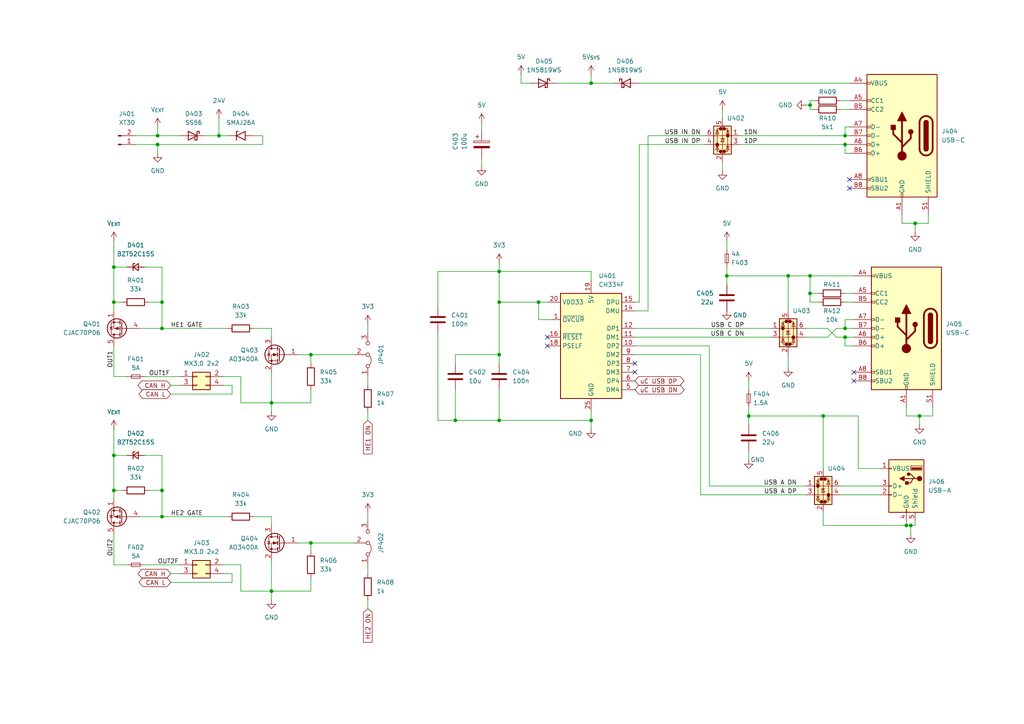
<source format=kicad_sch>
(kicad_sch (version 20250114) (generator "eeschema") (generator_version "9.0")
  (paper "A4")
  (title_block (title "EWS - Power, CANbus and USB HAT for 3D Printers") (date "2025-12-04") (rev "${PROJEKT_REV}") (company "Eduard Iten") (comment 1 "CC BY-NC-SA 4.0"))
  (lib_symbols
    (symbol "Connector:Conn_01x02_Pin" (pin_names (offset 1.016) (hide yes))
      (property "Reference" "J" (at 0 2.54 0))
      (property "Value" "Conn_01x02_Pin" (at 0 -5.08 0))
      (symbol "Conn_01x02_Pin_1_1"
        (pin passive line (at 5.08 0 180) (length 3.81) (name "Pin_1") (number "1"))
        (pin passive line (at 5.08 -2.54 180) (length 3.81) (name "Pin_2") (number "2"))
      )
    )
    (symbol "Connector:USB_A" (pin_names (offset 1.016))
      (property "Reference" "J" (at -5.08 11.43 0))
      (property "Value" "USB_A" (at -5.08 8.89 0))
      (symbol "USB_A_1_1"
        (pin passive line (at -2.54 -10.16 90) (length 2.54) (name "Shield") (number "5"))
        (pin power_in line (at 0 -10.16 90) (length 2.54) (name "GND") (number "4"))
        (pin power_in line (at 7.62 5.08 180) (length 2.54) (name "VBUS") (number "1"))
        (pin bidirectional line (at 7.62 0 180) (length 2.54) (name "D+") (number "3"))
        (pin bidirectional line (at 7.62 -2.54 180) (length 2.54) (name "D-") (number "2"))
      )
    )
    (symbol "Connector:USB_C_Receptacle_USB2.0_16P" (pin_names (offset 1.016))
      (property "Reference" "J" (at 0 22.225 0))
      (property "Value" "USB_C_Receptacle_USB2.0_16P" (at 0 19.685 0))
      (symbol "USB_C_Receptacle_USB2.0_16P_1_1"
        (pin passive line (at -7.62 -22.86 90) (length 5.08) (name "SHIELD") (number "S1"))
        (pin passive line (at 0 -22.86 90) (length 5.08) (name "GND") (number "A1"))
        (pin passive line (at 0 -22.86 90) (length 5.08) (hide yes) (name "GND") (number "A12"))
        (pin passive line (at 0 -22.86 90) (length 5.08) (hide yes) (name "GND") (number "B1"))
        (pin passive line (at 0 -22.86 90) (length 5.08) (hide yes) (name "GND") (number "B12"))
        (pin passive line (at 15.24 15.24 180) (length 5.08) (name "VBUS") (number "A4"))
        (pin passive line (at 15.24 15.24 180) (length 5.08) (hide yes) (name "VBUS") (number "A9"))
        (pin passive line (at 15.24 15.24 180) (length 5.08) (hide yes) (name "VBUS") (number "B4"))
        (pin passive line (at 15.24 15.24 180) (length 5.08) (hide yes) (name "VBUS") (number "B9"))
        (pin bidirectional line (at 15.24 10.16 180) (length 5.08) (name "CC1") (number "A5"))
        (pin bidirectional line (at 15.24 7.62 180) (length 5.08) (name "CC2") (number "B5"))
        (pin bidirectional line (at 15.24 2.54 180) (length 5.08) (name "D-") (number "A7"))
        (pin bidirectional line (at 15.24 0 180) (length 5.08) (name "D-") (number "B7"))
        (pin bidirectional line (at 15.24 -2.54 180) (length 5.08) (name "D+") (number "A6"))
        (pin bidirectional line (at 15.24 -5.08 180) (length 5.08) (name "D+") (number "B6"))
        (pin bidirectional line (at 15.24 -12.7 180) (length 5.08) (name "SBU1") (number "A8"))
        (pin bidirectional line (at 15.24 -15.24 180) (length 5.08) (name "SBU2") (number "B8"))
      )
    )
    (symbol "Connector_Generic:Conn_02x02_Odd_Even" (pin_names (offset 1.016) (hide yes))
      (property "Reference" "J" (at 1.27 2.54 0))
      (property "Value" "Conn_02x02_Odd_Even" (at 1.27 -5.08 0))
      (symbol "Conn_02x02_Odd_Even_1_1"
        (pin passive line (at -5.08 0 0) (length 3.81) (name "Pin_1") (number "1"))
        (pin passive line (at -5.08 -2.54 0) (length 3.81) (name "Pin_3") (number "3"))
        (pin passive line (at 7.62 0 180) (length 3.81) (name "Pin_2") (number "2"))
        (pin passive line (at 7.62 -2.54 180) (length 3.81) (name "Pin_4") (number "4"))
      )
    )
    (symbol "Device:C" (pin_numbers (hide yes)) (pin_names (offset 0.254))
      (property "Reference" "C" (at 0.635 2.54 0))
      (property "Value" "C" (at 0.635 -2.54 0))
      (symbol "C_1_1"
        (pin passive line (at 0 3.81 270) (length 2.794) (name "~") (number "1"))
        (pin passive line (at 0 -3.81 90) (length 2.794) (name "~") (number "2"))
      )
    )
    (symbol "Device:C_Polarized" (pin_numbers (hide yes)) (pin_names (offset 0.254))
      (property "Reference" "C" (at 0.635 2.54 0))
      (property "Value" "C_Polarized" (at 0.635 -2.54 0))
      (symbol "C_Polarized_1_1"
        (pin passive line (at 0 3.81 270) (length 2.794) (name "~") (number "1"))
        (pin passive line (at 0 -3.81 90) (length 2.794) (name "~") (number "2"))
      )
    )
    (symbol "Device:D_Schottky" (pin_numbers (hide yes)) (pin_names (offset 1.016) (hide yes))
      (property "Reference" "D" (at 0 2.54 0))
      (property "Value" "D_Schottky" (at 0 -2.54 0))
      (symbol "D_Schottky_1_1"
        (pin passive line (at -3.81 0 0) (length 2.54) (name "K") (number "1"))
        (pin passive line (at 3.81 0 180) (length 2.54) (name "A") (number "2"))
      )
    )
    (symbol "Device:D_Zener_Small" (pin_numbers (hide yes)) (pin_names (offset 0.254) (hide yes))
      (property "Reference" "D" (at 0 2.286 0))
      (property "Value" "D_Zener_Small" (at 0 -2.286 0))
      (symbol "D_Zener_Small_1_1"
        (pin passive line (at -2.54 0 0) (length 1.778) (name "K") (number "1"))
        (pin passive line (at 2.54 0 180) (length 1.778) (name "A") (number "2"))
      )
    )
    (symbol "Device:Fuse_Small" (pin_numbers (hide yes)) (pin_names (offset 0.254) (hide yes))
      (property "Reference" "F" (at 0 -1.524 0))
      (property "Value" "Fuse_Small" (at 0 1.524 0))
      (symbol "Fuse_Small_1_1"
        (pin passive line (at -2.54 0 0) (length 1.27) (name "~") (number "1"))
        (pin passive line (at 2.54 0 180) (length 1.27) (name "~") (number "2"))
      )
    )
    (symbol "Device:R" (pin_numbers (hide yes)) (pin_names (offset 0))
      (property "Reference" "R" (at 2.032 0 90))
      (property "Value" "R" (at 0 0 90))
      (symbol "R_1_1"
        (pin passive line (at 0 3.81 270) (length 1.27) (name "~") (number "1"))
        (pin passive line (at 0 -3.81 90) (length 1.27) (name "~") (number "2"))
      )
    )
    (symbol "Diode:1N5819WS" (pin_numbers (hide yes)) (pin_names (offset 1.016) (hide yes))
      (property "Reference" "D" (at 0 2.54 0))
      (property "Value" "1N5819WS" (at 0 -2.54 0))
      (symbol "1N5819WS_1_1"
        (pin passive line (at -3.81 0 0) (length 2.54) (name "K") (number "1"))
        (pin passive line (at 3.81 0 180) (length 2.54) (name "A") (number "2"))
      )
    )
    (symbol "Diode:SMAJ26A" (pin_numbers (hide yes)) (pin_names (offset 1.016) (hide yes))
      (property "Reference" "D" (at 0 2.54 0))
      (property "Value" "SMAJ26A" (at 0 -2.54 0))
      (symbol "SMAJ26A_1_1"
        (pin passive line (at -3.81 0 0) (length 2.54) (name "A1") (number "1"))
        (pin passive line (at 3.81 0 180) (length 2.54) (name "A2") (number "2"))
      )
    )
    (symbol "Jumper:Jumper_3_Bridged12" (pin_names (offset 0) (hide yes)) (in_bom no)
      (property "Reference" "JP" (at -2.54 -2.54 0))
      (property "Value" "Jumper_3_Bridged12" (at 0 2.794 0))
      (symbol "Jumper_3_Bridged12_1_1"
        (pin passive line (at -6.35 0 0) (length 2.54) (name "A") (number "1"))
        (pin passive line (at 0 -3.81 90) (length 2.54) (name "C") (number "2"))
        (pin passive line (at 6.35 0 180) (length 2.54) (name "B") (number "3"))
      )
    )
    (symbol "Power_Protection:USBLC6-2SC6" (pin_names (hide yes))
      (property "Reference" "U" (at 0.635 5.715 0))
      (property "Value" "USBLC6-2SC6" (at 0.635 3.81 0))
      (symbol "USBLC6-2SC6_1_1"
        (pin passive line (at -5.08 0 0) (length 2.54) (name "I/O1") (number "1"))
        (pin passive line (at -5.08 -2.54 0) (length 2.54) (name "I/O2") (number "3"))
        (pin passive line (at 0 5.08 270) (length 2.54) (name "VBUS") (number "5"))
        (pin passive line (at 0 -7.62 90) (length 2.54) (name "GND") (number "2"))
        (pin passive line (at 5.08 0 180) (length 2.54) (name "I/O1") (number "6"))
        (pin passive line (at 5.08 -2.54 180) (length 2.54) (name "I/O2") (number "4"))
      )
    )
    (symbol "Transistor_FET:AO3400A" (pin_names (offset 0) (hide yes))
      (property "Reference" "Q" (at 5.08 1.905 0))
      (property "Value" "AO3400A" (at 5.08 0 0))
      (symbol "AO3400A_1_1"
        (pin input line (at -5.08 0 0) (length 2.54) (name "G") (number "1"))
        (pin passive line (at 2.54 5.08 270) (length 2.54) (name "D") (number "3"))
        (pin passive line (at 2.54 -5.08 90) (length 2.54) (name "S") (number "2"))
      )
    )
    (symbol "Transistor_FET:AON6411" (pin_names (hide yes))
      (property "Reference" "Q" (at 5.08 1.905 0))
      (property "Value" "AON6411" (at 5.08 0 0))
      (symbol "AON6411_1_1"
        (pin input line (at -5.08 0 0) (length 2.54) (name "G") (number "4"))
        (pin passive line (at 2.54 5.08 270) (length 2.54) (name "D") (number "5"))
        (pin passive line (at 2.54 -5.08 90) (length 2.54) (name "S") (number "1"))
        (pin passive line (at 2.54 -5.08 90) (length 2.54) (hide yes) (name "S") (number "2"))
        (pin passive line (at 2.54 -5.08 90) (length 2.54) (hide yes) (name "S") (number "3"))
      )
    )
    (symbol "power:+1V0" (power) (pin_numbers (hide yes)) (pin_names (offset 0) (hide yes))
      (property "Value" "+1V0" (at 0 3.556 0))
      (symbol "+1V0_1_1"
        (pin power_in line (at 0 0 90) (length 0) (name "~") (number "1"))
      )
    )
    (symbol "power:+24V" (power) (pin_numbers (hide yes)) (pin_names (offset 0) (hide yes))
      (property "Value" "+24V" (at 0 3.556 0))
      (symbol "+24V_1_1"
        (pin power_in line (at 0 0 90) (length 0) (name "~") (number "1"))
      )
    )
    (symbol "power:+5V" (power) (pin_numbers (hide yes)) (pin_names (offset 0) (hide yes))
      (property "Value" "+5V" (at 0 3.556 0))
      (symbol "+5V_1_1"
        (pin power_in line (at 0 0 90) (length 0) (name "~") (number "1"))
      )
    )
    (symbol "power:GND" (power) (pin_numbers (hide yes)) (pin_names (offset 0) (hide yes))
      (property "Value" "GND" (at 0 -3.81 0))
      (symbol "GND_1_1"
        (pin power_in line (at 0 0 270) (length 0) (name "~") (number "1"))
      )
    )
    (symbol "project:CH334F"
      (property "Reference" "U" (at 1.27 19.05 0))
      (property "Value" "CH334F" (at 1.27 16.51 0))
      (symbol "CH334F_1_1"
        (pin no_connect line (at -39.37 24.13 0) (length 2.54) (hide yes) (name "NC") (number "2"))
        (pin no_connect line (at -39.37 21.59 0) (length 2.54) (hide yes) (name "X0") (number "3"))
        (pin no_connect line (at -39.37 19.05 0) (length 2.54) (hide yes) (name "XI") (number "4"))
        (pin no_connect line (at -39.37 16.51 0) (length 2.54) (hide yes) (name "NC") (number "17"))
        (pin no_connect line (at -39.37 12.7 0) (length 3.81) (hide yes) (name "LED1") (number "22"))
        (pin no_connect line (at -39.37 10.16 0) (length 3.81) (hide yes) (name "LED2") (number "23"))
        (pin no_connect line (at -39.37 7.62 0) (length 3.81) (hide yes) (name "LED3") (number "13"))
        (pin no_connect line (at -39.37 5.08 0) (length 3.81) (hide yes) (name "LED4") (number "21"))
        (pin no_connect line (at -39.37 2.54 0) (length 3.81) (hide yes) (name "~{PWREN}") (number "24"))
        (pin power_out line (at -12.7 12.7 0) (length 3.81) (name "VDD33") (number "20"))
        (pin input line (at -12.7 2.54 0) (length 3.81) (name "~{RESET}") (number "16"))
        (pin input line (at -12.7 0 0) (length 3.81) (name "PSELF") (number "18"))
        (pin input line (at -11.43 7.62 0) (length 2.54) (name "~{OVCUR}") (number "1"))
        (pin power_in line (at 0 19.05 270) (length 3.81) (name "5V") (number "19"))
        (pin power_in line (at 0 -19.05 90) (length 3.81) (name "GND") (number "25"))
        (pin input line (at 12.7 12.7 180) (length 3.81) (name "DPU") (number "15"))
        (pin input line (at 12.7 10.16 180) (length 3.81) (name "DMU") (number "14"))
        (pin output line (at 12.7 5.08 180) (length 3.81) (name "DP1") (number "12"))
        (pin output line (at 12.7 2.54 180) (length 3.81) (name "DM1") (number "11"))
        (pin output line (at 12.7 0 180) (length 3.81) (name "DP2") (number "10"))
        (pin output line (at 12.7 -2.54 180) (length 3.81) (name "DM2") (number "9"))
        (pin output line (at 12.7 -5.08 180) (length 3.81) (name "DP3") (number "8"))
        (pin output line (at 12.7 -7.62 180) (length 3.81) (name "DM3") (number "7"))
        (pin output line (at 12.7 -10.16 180) (length 3.81) (name "DP4") (number "6"))
        (pin output line (at 12.7 -12.7 180) (length 3.81) (name "DM4") (number "5"))
      )
    )
  )
  (junction (at 245.11 97.79))
  (junction (at 171.45 24.13))
  (junction (at 245.11 39.37))
  (junction (at 245.11 95.25))
  (junction (at 262.89 152.4))
  (junction (at 245.11 41.91))
  (junction (at 144.78 78.74))
  (junction (at 78.74 116.84))
  (junction (at 132.08 121.92))
  (junction (at 144.78 102.87))
  (junction (at 228.6 80.01))
  (junction (at 46.99 142.24))
  (junction (at 33.02 132.08))
  (junction (at 144.78 87.63))
  (junction (at 266.7 120.65))
  (junction (at 217.17 120.65))
  (junction (at 46.99 149.86))
  (junction (at 45.72 41.91))
  (junction (at 33.02 77.47))
  (junction (at 144.78 121.92))
  (junction (at 265.43 64.77))
  (junction (at 46.99 87.63))
  (junction (at 264.16 152.4))
  (junction (at 78.74 171.45))
  (junction (at 156.21 87.63))
  (junction (at 234.95 80.01))
  (junction (at 210.82 80.01))
  (junction (at 46.99 95.25))
  (junction (at 171.45 121.92))
  (junction (at 45.72 39.37))
  (junction (at 33.02 87.63))
  (junction (at 90.17 102.87))
  (junction (at 234.95 85.09))
  (junction (at 63.5 39.37))
  (junction (at 33.02 142.24))
  (junction (at 238.76 120.65))
  (junction (at 234.95 30.48))
  (junction (at 90.17 157.48))
  (no_connect (at 158.75 97.79))
  (no_connect (at 158.75 100.33))
  (no_connect (at 184.15 107.95))
  (no_connect (at 247.65 110.49))
  (no_connect (at 247.65 107.95))
  (no_connect (at 246.38 54.61))
  (no_connect (at 246.38 52.07))
  (no_connect (at 184.15 105.41))
  (wire (pts (xy 132.08 105.41) (xy 132.08 102.87)))
  (wire (pts (xy 43.18 87.63) (xy 46.99 87.63)))
  (wire (pts (xy 90.17 157.48) (xy 102.87 157.48)))
  (wire (pts (xy 236.22 31.75) (xy 234.95 31.75)))
  (wire (pts (xy 238.76 148.59) (xy 238.76 152.4)))
  (wire (pts (xy 46.99 149.86) (xy 46.99 142.24)))
  (wire (pts (xy 217.17 118.11) (xy 217.17 120.65)))
  (wire (pts (xy 234.95 85.09) (xy 237.49 85.09)))
  (wire (pts (xy 242.57 95.25) (xy 245.11 95.25)))
  (wire (pts (xy 64.77 111.76) (xy 67.31 111.76)))
  (wire (pts (xy 67.31 166.37) (xy 64.77 166.37)))
  (wire (pts (xy 78.74 149.86) (xy 78.74 152.4)))
  (wire (pts (xy 36.83 163.83) (xy 33.02 163.83)))
  (wire (pts (xy 33.02 109.22) (xy 36.83 109.22)))
  (wire (pts (xy 90.17 116.84) (xy 78.74 116.84)))
  (wire (pts (xy 245.11 92.71) (xy 245.11 95.25)))
  (wire (pts (xy 184.15 100.33) (xy 205.74 100.33)))
  (wire (pts (xy 106.68 93.98) (xy 106.68 96.52)))
  (wire (pts (xy 45.72 39.37) (xy 52.07 39.37)))
  (wire (pts (xy 243.84 140.97) (xy 255.27 140.97)))
  (wire (pts (xy 144.78 121.92) (xy 171.45 121.92)))
  (wire (pts (xy 127 88.9) (xy 127 78.74)))
  (wire (pts (xy 245.11 36.83) (xy 245.11 39.37)))
  (wire (pts (xy 46.99 95.25) (xy 66.04 95.25)))
  (wire (pts (xy 156.21 92.71) (xy 156.21 87.63)))
  (wire (pts (xy 185.42 24.13) (xy 246.38 24.13)))
  (wire (pts (xy 78.74 107.95) (xy 78.74 116.84)))
  (wire (pts (xy 33.02 77.47) (xy 33.02 87.63)))
  (wire (pts (xy 261.62 62.23) (xy 261.62 64.77)))
  (wire (pts (xy 127 121.92) (xy 132.08 121.92)))
  (wire (pts (xy 40.64 149.86) (xy 46.99 149.86)))
  (wire (pts (xy 144.78 113.03) (xy 144.78 121.92)))
  (wire (pts (xy 240.03 97.79) (xy 242.57 95.25)))
  (wire (pts (xy 33.02 154.94) (xy 33.02 163.83)))
  (wire (pts (xy 33.02 77.47) (xy 36.83 77.47)))
  (wire (pts (xy 246.38 36.83) (xy 245.11 36.83)))
  (wire (pts (xy 160.02 92.71) (xy 156.21 92.71)))
  (wire (pts (xy 245.11 44.45) (xy 245.11 41.91)))
  (wire (pts (xy 151.13 24.13) (xy 153.67 24.13)))
  (wire (pts (xy 245.11 87.63) (xy 247.65 87.63)))
  (wire (pts (xy 33.02 132.08) (xy 36.83 132.08)))
  (wire (pts (xy 49.53 111.76) (xy 52.07 111.76)))
  (wire (pts (xy 41.91 109.22) (xy 52.07 109.22)))
  (wire (pts (xy 33.02 87.63) (xy 35.56 87.63)))
  (wire (pts (xy 73.66 95.25) (xy 78.74 95.25)))
  (wire (pts (xy 144.78 78.74) (xy 144.78 87.63)))
  (wire (pts (xy 76.2 39.37) (xy 76.2 41.91)))
  (wire (pts (xy 210.82 80.01) (xy 210.82 82.55)))
  (wire (pts (xy 245.11 39.37) (xy 246.38 39.37)))
  (wire (pts (xy 187.96 39.37) (xy 204.47 39.37)))
  (wire (pts (xy 144.78 102.87) (xy 144.78 105.41)))
  (wire (pts (xy 144.78 87.63) (xy 144.78 102.87)))
  (wire (pts (xy 144.78 87.63) (xy 156.21 87.63)))
  (wire (pts (xy 69.85 109.22) (xy 69.85 116.84)))
  (wire (pts (xy 46.99 77.47) (xy 46.99 87.63)))
  (wire (pts (xy 161.29 24.13) (xy 171.45 24.13)))
  (wire (pts (xy 86.36 102.87) (xy 90.17 102.87)))
  (wire (pts (xy 90.17 102.87) (xy 90.17 105.41)))
  (wire (pts (xy 106.68 148.59) (xy 106.68 151.13)))
  (wire (pts (xy 262.89 118.11) (xy 262.89 120.65)))
  (wire (pts (xy 243.84 143.51) (xy 255.27 143.51)))
  (wire (pts (xy 63.5 34.29) (xy 63.5 39.37)))
  (wire (pts (xy 184.15 95.25) (xy 223.52 95.25)))
  (wire (pts (xy 214.63 39.37) (xy 245.11 39.37)))
  (wire (pts (xy 106.68 173.99) (xy 106.68 176.53)))
  (wire (pts (xy 234.95 29.21) (xy 236.22 29.21)))
  (wire (pts (xy 248.92 120.65) (xy 238.76 120.65)))
  (wire (pts (xy 217.17 120.65) (xy 217.17 123.19)))
  (wire (pts (xy 209.55 46.99) (xy 209.55 49.53)))
  (wire (pts (xy 106.68 109.22) (xy 106.68 111.76)))
  (wire (pts (xy 45.72 41.91) (xy 45.72 44.45)))
  (wire (pts (xy 78.74 95.25) (xy 78.74 97.79)))
  (wire (pts (xy 248.92 135.89) (xy 248.92 120.65)))
  (wire (pts (xy 33.02 100.33) (xy 33.02 109.22)))
  (wire (pts (xy 76.2 41.91) (xy 45.72 41.91)))
  (wire (pts (xy 127 78.74) (xy 144.78 78.74)))
  (wire (pts (xy 156.21 87.63) (xy 158.75 87.63)))
  (wire (pts (xy 210.82 77.47) (xy 210.82 80.01)))
  (wire (pts (xy 86.36 157.48) (xy 90.17 157.48)))
  (wire (pts (xy 33.02 144.78) (xy 33.02 142.24)))
  (wire (pts (xy 237.49 87.63) (xy 234.95 87.63)))
  (wire (pts (xy 39.37 41.91) (xy 45.72 41.91)))
  (wire (pts (xy 46.99 132.08) (xy 46.99 142.24)))
  (wire (pts (xy 45.72 39.37) (xy 45.72 36.83)))
  (wire (pts (xy 262.89 151.13) (xy 262.89 152.4)))
  (wire (pts (xy 132.08 121.92) (xy 144.78 121.92)))
  (wire (pts (xy 151.13 21.59) (xy 151.13 24.13)))
  (wire (pts (xy 234.95 80.01) (xy 247.65 80.01)))
  (wire (pts (xy 184.15 97.79) (xy 223.52 97.79)))
  (wire (pts (xy 69.85 163.83) (xy 69.85 171.45)))
  (wire (pts (xy 67.31 168.91) (xy 67.31 166.37)))
  (wire (pts (xy 41.91 163.83) (xy 52.07 163.83)))
  (wire (pts (xy 245.11 95.25) (xy 247.65 95.25)))
  (wire (pts (xy 184.15 87.63) (xy 185.42 87.63)))
  (wire (pts (xy 33.02 132.08) (xy 33.02 124.46)))
  (wire (pts (xy 90.17 171.45) (xy 78.74 171.45)))
  (wire (pts (xy 63.5 39.37) (xy 66.04 39.37)))
  (wire (pts (xy 41.91 132.08) (xy 46.99 132.08)))
  (wire (pts (xy 238.76 152.4) (xy 262.89 152.4)))
  (wire (pts (xy 203.2 102.87) (xy 184.15 102.87)))
  (wire (pts (xy 245.11 41.91) (xy 246.38 41.91)))
  (wire (pts (xy 205.74 100.33) (xy 205.74 140.97)))
  (wire (pts (xy 203.2 102.87) (xy 203.2 143.51)))
  (wire (pts (xy 265.43 151.13) (xy 265.43 152.4)))
  (wire (pts (xy 247.65 92.71) (xy 245.11 92.71)))
  (wire (pts (xy 69.85 163.83) (xy 64.77 163.83)))
  (wire (pts (xy 46.99 149.86) (xy 66.04 149.86)))
  (wire (pts (xy 127 96.52) (xy 127 121.92)))
  (wire (pts (xy 266.7 120.65) (xy 270.51 120.65)))
  (wire (pts (xy 245.11 97.79) (xy 247.65 97.79)))
  (wire (pts (xy 228.6 102.87) (xy 228.6 106.68)))
  (wire (pts (xy 132.08 113.03) (xy 132.08 121.92)))
  (wire (pts (xy 269.24 62.23) (xy 269.24 64.77)))
  (wire (pts (xy 171.45 24.13) (xy 177.8 24.13)))
  (wire (pts (xy 233.68 95.25) (xy 240.03 95.25)))
  (wire (pts (xy 203.2 143.51) (xy 233.68 143.51)))
  (wire (pts (xy 132.08 102.87) (xy 144.78 102.87)))
  (wire (pts (xy 262.89 152.4) (xy 264.16 152.4)))
  (wire (pts (xy 39.37 39.37) (xy 45.72 39.37)))
  (wire (pts (xy 43.18 142.24) (xy 46.99 142.24)))
  (wire (pts (xy 243.84 31.75) (xy 246.38 31.75)))
  (wire (pts (xy 69.85 171.45) (xy 78.74 171.45)))
  (wire (pts (xy 78.74 162.56) (xy 78.74 171.45)))
  (wire (pts (xy 171.45 119.38) (xy 171.45 121.92)))
  (wire (pts (xy 33.02 77.47) (xy 33.02 69.85)))
  (wire (pts (xy 217.17 130.81) (xy 217.17 133.35)))
  (wire (pts (xy 234.95 87.63) (xy 234.95 85.09)))
  (wire (pts (xy 46.99 87.63) (xy 46.99 95.25)))
  (wire (pts (xy 242.57 97.79) (xy 245.11 97.79)))
  (wire (pts (xy 238.76 120.65) (xy 238.76 135.89)))
  (wire (pts (xy 144.78 78.74) (xy 171.45 78.74)))
  (wire (pts (xy 228.6 80.01) (xy 234.95 80.01)))
  (wire (pts (xy 185.42 41.91) (xy 204.47 41.91)))
  (wire (pts (xy 240.03 95.25) (xy 242.57 97.79)))
  (wire (pts (xy 233.68 30.48) (xy 234.95 30.48)))
  (wire (pts (xy 266.7 120.65) (xy 266.7 123.19)))
  (wire (pts (xy 209.55 31.75) (xy 209.55 34.29)))
  (wire (pts (xy 59.69 39.37) (xy 63.5 39.37)))
  (wire (pts (xy 90.17 102.87) (xy 102.87 102.87)))
  (wire (pts (xy 265.43 64.77) (xy 261.62 64.77)))
  (wire (pts (xy 33.02 90.17) (xy 33.02 87.63)))
  (wire (pts (xy 246.38 44.45) (xy 245.11 44.45)))
  (wire (pts (xy 265.43 64.77) (xy 265.43 67.31)))
  (wire (pts (xy 187.96 90.17) (xy 187.96 39.37)))
  (wire (pts (xy 106.68 119.38) (xy 106.68 121.92)))
  (wire (pts (xy 41.91 77.47) (xy 46.99 77.47)))
  (wire (pts (xy 69.85 116.84) (xy 78.74 116.84)))
  (wire (pts (xy 265.43 152.4) (xy 264.16 152.4)))
  (wire (pts (xy 78.74 171.45) (xy 78.74 173.99)))
  (wire (pts (xy 245.11 85.09) (xy 247.65 85.09)))
  (wire (pts (xy 217.17 120.65) (xy 238.76 120.65)))
  (wire (pts (xy 270.51 118.11) (xy 270.51 120.65)))
  (wire (pts (xy 264.16 152.4) (xy 264.16 154.94)))
  (wire (pts (xy 217.17 110.49) (xy 217.17 113.03)))
  (wire (pts (xy 90.17 157.48) (xy 90.17 160.02)))
  (wire (pts (xy 228.6 90.17) (xy 228.6 80.01)))
  (wire (pts (xy 33.02 142.24) (xy 35.56 142.24)))
  (wire (pts (xy 139.7 38.1) (xy 139.7 35.56)))
  (wire (pts (xy 78.74 116.84) (xy 78.74 119.38)))
  (wire (pts (xy 243.84 29.21) (xy 246.38 29.21)))
  (wire (pts (xy 185.42 87.63) (xy 185.42 41.91)))
  (wire (pts (xy 210.82 80.01) (xy 228.6 80.01)))
  (wire (pts (xy 247.65 100.33) (xy 245.11 100.33)))
  (wire (pts (xy 106.68 163.83) (xy 106.68 166.37)))
  (wire (pts (xy 269.24 64.77) (xy 265.43 64.77)))
  (wire (pts (xy 184.15 90.17) (xy 187.96 90.17)))
  (wire (pts (xy 139.7 48.26) (xy 139.7 45.72)))
  (wire (pts (xy 73.66 149.86) (xy 78.74 149.86)))
  (wire (pts (xy 255.27 135.89) (xy 248.92 135.89)))
  (wire (pts (xy 40.64 95.25) (xy 46.99 95.25)))
  (wire (pts (xy 73.66 39.37) (xy 76.2 39.37)))
  (wire (pts (xy 233.68 97.79) (xy 240.03 97.79)))
  (wire (pts (xy 67.31 114.3) (xy 67.31 111.76)))
  (wire (pts (xy 49.53 114.3) (xy 67.31 114.3)))
  (wire (pts (xy 90.17 167.64) (xy 90.17 171.45)))
  (wire (pts (xy 234.95 30.48) (xy 234.95 29.21)))
  (wire (pts (xy 171.45 121.92) (xy 171.45 124.46)))
  (wire (pts (xy 33.02 132.08) (xy 33.02 142.24)))
  (wire (pts (xy 49.53 166.37) (xy 52.07 166.37)))
  (wire (pts (xy 210.82 69.85) (xy 210.82 72.39)))
  (wire (pts (xy 262.89 120.65) (xy 266.7 120.65)))
  (wire (pts (xy 205.74 140.97) (xy 233.68 140.97)))
  (wire (pts (xy 234.95 31.75) (xy 234.95 30.48)))
  (wire (pts (xy 245.11 100.33) (xy 245.11 97.79)))
  (wire (pts (xy 90.17 113.03) (xy 90.17 116.84)))
  (wire (pts (xy 144.78 76.2) (xy 144.78 78.74)))
  (wire (pts (xy 49.53 168.91) (xy 67.31 168.91)))
  (wire (pts (xy 64.77 109.22) (xy 69.85 109.22)))
  (wire (pts (xy 214.63 41.91) (xy 245.11 41.91)))
  (wire (pts (xy 171.45 21.59) (xy 171.45 24.13)))
  (wire (pts (xy 234.95 85.09) (xy 234.95 80.01)))
  (wire (pts (xy 171.45 78.74) (xy 171.45 81.28)))
  (label "HE2 GATE" (at 49.53 149.86 0))
  (label "USB IN DN" (at 203.2 39.37 180))
  (label "OUT1F" (at 43.18 109.22 0))
  (label "1DP" (at 219.71 41.91 180))
  (label "OUT1" (at 33.02 106.68 90))
  (label "OUT2F" (at 45.72 163.83 0))
  (label "OUT2" (at 33.02 161.29 90))
  (label "HE1 GATE" (at 49.53 95.25 0))
  (label "1DN" (at 219.71 39.37 180))
  (label "USB IN DP" (at 203.2 41.91 180))
  (label "USB C DN" (at 215.9 97.79 180))
  (label "USB A DN" (at 231.14 140.97 180))
  (label "USB A DP" (at 231.14 143.51 180))
  (label "USB C DP" (at 215.9 95.25 180))
  (global_label "uC USB DP" (shape bidirectional) (at 184.15 110.49 0) (property "Intersheetrefs" "${INTERSHEET_REFS}" (effects (hide yes))))
  (global_label "CAN L" (shape bidirectional) (at 49.53 114.3 180) (property "Intersheetrefs" "${INTERSHEET_REFS}" (effects (hide yes))))
  (global_label "uC USB DN" (shape bidirectional) (at 184.15 113.03 0) (property "Intersheetrefs" "${INTERSHEET_REFS}" (effects (hide yes))))
  (global_label "HE2 ON" (shape input) (at 106.68 176.53 270) (property "Intersheetrefs" "${INTERSHEET_REFS}" (effects (hide yes))))
  (global_label "CAN H" (shape bidirectional) (at 49.53 166.37 180) (property "Intersheetrefs" "${INTERSHEET_REFS}" (effects (hide yes))))
  (global_label "CAN H" (shape bidirectional) (at 49.53 111.76 180) (property "Intersheetrefs" "${INTERSHEET_REFS}" (effects (hide yes))))
  (global_label "HE1 ON" (shape input) (at 106.68 121.92 270) (property "Intersheetrefs" "${INTERSHEET_REFS}" (effects (hide yes))))
  (global_label "CAN L" (shape bidirectional) (at 49.53 168.91 180) (property "Intersheetrefs" "${INTERSHEET_REFS}" (effects (hide yes))))
  (symbol (lib_id "power:GND") (at 139.7 48.26 0) (unit 1)
    (property "Reference" "#PWR0411" (effects (hide yes)))
    (property "Value" "GND" (at 139.7 53.34 0))
    (property "Description" "Power symbol creates a global label with name \"GND\" , ground" (effects (hide yes)))
  )
  (symbol (lib_id "Transistor_FET:AON6411") (at 35.56 149.86 180) (unit 1)
    (property "Reference" "Q402" (at 29.21 148.59 0) (effects (justify left)))
    (property "Value" "CJAC70P06" (at 29.21 151.13 0) (effects (justify left)))
    (property "Footprint" "Package_DFN_QFN:AO_DFN-8-1EP_5.55x5.2mm_P1.27mm_EP4.12x4.6mm" (effects (hide yes)))
    (property "Datasheet" "http://www.aosmd.com/res/data_sheets/AON6411.pd" (effects (hide yes)))
    (property "Manufacturer Part #" "CJAC70P06" (effects (hide yes)))
    (property "LCSC Part #" "C2898279" (effects (hide yes)))
    (property "FT Rotation Offset" "270" (effects (hide yes)))
  )
  (symbol (lib_id "Power_Protection:USBLC6-2SC6") (at 209.55 39.37 0) (mirror y) (unit 1)
    (property "Reference" "U402" (at 210.82 34.29 0) (effects (justify right)))
    (property "Value" "USBLC6-2SC6" (effects (hide yes)))
    (property "Footprint" "Package_TO_SOT_SMD:SOT-23-6" (effects (hide yes)))
    (property "Datasheet" "https://www.st.com/resource/en/datasheet/usblc6-2.pdf" (effects (hide yes)))
    (property "Description" "Very low capacitance ESD protection diode, 2 data-line, SOT-23-6" (effects (hide yes)))
    (property "LCSC Part #" "C2687116" (effects (hide yes)))
    (property "Manufacturer Part #" "USBLC6-2SC6" (effects (hide yes)))
    (property "FT Rotation Offset" "90" (effects (hide yes)))
  )
  (symbol (lib_id "Connector:Conn_01x02_Pin") (at 34.29 41.91 0) (mirror x) (unit 1)
    (property "Reference" "J401" (at 36.83 33.02 0))
    (property "Value" "XT30" (at 36.83 35.56 0))
    (property "Footprint" "Connector_AMASS:AMASS_XT30PW-M_1x02_P2.50mm_Horizontal" (effects (hide yes)))
    (property "Description" "Generic connector, single row, 01x02, script generated" (effects (hide yes)))
    (property "Manufacturer Part #" "XT30PW-M30.G.Y" (effects (hide yes)))
    (property "LCSC Part #" "C431092" (effects (hide yes)))
    (property "FT Rotation Offset" "180" (effects (hide yes)))
  )
  (symbol (lib_id "power:+5V") (at 217.17 110.49 0) (unit 1)
    (property "Reference" "#PWR0420" (effects (hide yes)))
    (property "Value" "5V" (at 217.17 105.41 0))
    (property "Description" "Power symbol creates a global label with name \"+5V\"" (effects (hide yes)))
  )
  (symbol (lib_id "Device:C_Polarized") (at 139.7 41.91 0) (unit 1)
    (property "Reference" "C403" (at 132.08 41.021 90))
    (property "Value" "100u" (at 134.62 41.021 90))
    (property "Footprint" "Capacitor_SMD:CP_Elec_6.3x7.7" (effects (hide yes)))
    (property "Description" "Polarized capacitor" (effects (hide yes)))
    (property "Manufacturer Part #" "RVT1H101M0607" (effects (hide yes)))
    (property "LCSC Part #" "C3151829" (effects (hide yes)))
  )
  (symbol (lib_id "Transistor_FET:AON6411") (at 35.56 95.25 180) (unit 1)
    (property "Reference" "Q401" (at 29.21 93.98 0) (effects (justify left)))
    (property "Value" "CJAC70P06" (at 29.21 96.52 0) (effects (justify left)))
    (property "Footprint" "Package_DFN_QFN:AO_DFN-8-1EP_5.55x5.2mm_P1.27mm_EP4.12x4.6mm" (effects (hide yes)))
    (property "Datasheet" "http://www.aosmd.com/res/data_sheets/AON6411.pd" (effects (hide yes)))
    (property "Manufacturer Part #" "CJAC70P06" (effects (hide yes)))
    (property "LCSC Part #" "C2898279" (effects (hide yes)))
    (property "FT Rotation Offset" "270" (effects (hide yes)))
  )
  (symbol (lib_id "Device:R") (at 240.03 31.75 270) (mirror x) (unit 1)
    (property "Reference" "R410" (at 240.03 34.29 90))
    (property "Value" "5k1" (at 240.03 36.83 90))
    (property "Footprint" "Resistor_SMD:R_0402_1005Metric" (effects (hide yes)))
    (property "Description" "Resistor" (effects (hide yes)))
    (property "LCSC Part #" "C25905" (effects (hide yes)))
    (property "Manufacturer Part #" "0402WGF5101TCE" (effects (hide yes)))
  )
  (symbol (lib_id "Device:R") (at 90.17 163.83 180) (unit 1)
    (property "Reference" "R406" (at 92.71 162.5599 0) (effects (justify right)))
    (property "Value" "33k" (at 92.71 165.0999 0) (effects (justify right)))
    (property "Footprint" "Resistor_SMD:R_0402_1005Metric" (effects (hide yes)))
    (property "Description" "Resistor" (effects (hide yes)))
    (property "LCSC Part #" "C25779" (effects (hide yes)))
    (property "Manufacturer Part #" "0402WGF3302TCE" (effects (hide yes)))
  )
  (symbol (lib_id "power:GND") (at 78.74 119.38 0) (unit 1)
    (property "Reference" "#PWR0406" (effects (hide yes)))
    (property "Value" "GND" (at 78.74 124.46 0))
    (property "Description" "Power symbol creates a global label with name \"GND\" , ground" (effects (hide yes)))
  )
  (symbol (lib_id "power:+5V") (at 144.78 76.2 0) (unit 1)
    (property "Reference" "#PWR0412" (effects (hide yes)))
    (property "Value" "3V3" (at 144.78 71.12 0))
    (property "Description" "Power symbol creates a global label with name \"+5V\"" (effects (hide yes)))
  )
  (symbol (lib_id "power:GND") (at 217.17 133.35 0) (unit 1)
    (property "Reference" "#PWR0421" (effects (hide yes)))
    (property "Value" "GND" (at 219.71 133.35 0))
    (property "Description" "Power symbol creates a global label with name \"GND\" , ground" (effects (hide yes)))
  )
  (symbol (lib_id "Connector_Generic:Conn_02x02_Odd_Even") (at 57.15 109.22 0) (unit 1)
    (property "Reference" "J402" (at 58.42 102.87 0))
    (property "Value" "MX3.0 2x2" (at 58.42 105.41 0))
    (property "Footprint" "Connector_Molex:Molex_Micro-Fit_3.0_43045-0400_2x02_P3.00mm_Horizontal" (effects (hide yes)))
    (property "Description" "Generic connector, double row, 02x02, odd/even pin numbering scheme (row 1 odd numbers, row 2 even numbers), script generated (kicad-library-utils/schlib/autogen/connector/)" (effects (hide yes)))
    (property "Manufacturer Part #" "430450400" (effects (hide yes)))
    (property "LCSC Part #" "C122413" (effects (hide yes)))
    (property "FT Rotation Offset" "180" (effects (hide yes)))
  )
  (symbol (lib_id "Device:R") (at 241.3 87.63 270) (unit 1)
    (property "Reference" "R412" (at 241.3 90.17 90))
    (property "Value" "10k" (at 241.3 92.71 90))
    (property "Footprint" "Resistor_SMD:R_0402_1005Metric" (effects (hide yes)))
    (property "Description" "Resistor" (effects (hide yes)))
    (property "LCSC Part #" "C25744" (effects (hide yes)))
    (property "Manufacturer Part #" "0402WGF1002TCE" (effects (hide yes)))
  )
  (symbol (lib_id "power:GND") (at 45.72 44.45 0) (unit 1)
    (property "Reference" "#PWR0404" (effects (hide yes)))
    (property "Value" "GND" (at 45.72 49.53 0))
    (property "Description" "Power symbol creates a global label with name \"GND\" , ground" (effects (hide yes)))
  )
  (symbol (lib_id "Connector:USB_C_Receptacle_USB2.0_16P") (at 262.89 95.25 0) (mirror y) (unit 1)
    (property "Reference" "J405" (at 274.32 93.9799 0) (effects (justify right)))
    (property "Value" "USB-C" (at 274.32 96.5199 0) (effects (justify right)))
    (property "Footprint" "Connector_USB:USB_C_Receptacle_GCT_USB4105-xx-A_16P_TopMnt_Horizontal" (effects (hide yes)))
    (property "Datasheet" "https://www.usb.org/sites/default/files/documents/usb_type-c.zip" (effects (hide yes)))
    (property "Description" "USB 2.0-only 16P Type-C Receptacle connector" (effects (hide yes)))
    (property "Manufacturer Part #" "TYPE-C 16PIN 2MD(073)" (effects (hide yes)))
    (property "LCSC Part #" "C2765186" (effects (hide yes)))
  )
  (symbol (lib_id "power:+24V") (at 63.5 34.29 0) (unit 1)
    (property "Reference" "#PWR0405" (effects (hide yes)))
    (property "Value" "24V" (at 63.5 29.21 0))
    (property "Description" "Power symbol creates a global label with name \"+24V\"" (effects (hide yes)))
  )
  (symbol (lib_id "Transistor_FET:AO3400A") (at 81.28 157.48 0) (mirror y) (unit 1)
    (property "Reference" "Q404" (at 74.93 156.2099 0) (effects (justify left)))
    (property "Value" "AO3400A" (at 74.93 158.7499 0) (effects (justify left)))
    (property "Footprint" "Package_TO_SOT_SMD:SOT-23" (effects (hide yes)))
    (property "Datasheet" "http://www.aosmd.com/pdfs/datasheet/AO3400A.pdf" (effects (hide yes)))
    (property "Description" "30V Vds, 5.7A Id, N-Channel MOSFET, SOT-23" (effects (hide yes)))
    (property "LCSC Part #" "C20917" (effects (hide yes)))
    (property "Manufacturer Part #" "AO3400A" (effects (hide yes)))
  )
  (symbol (lib_id "Device:C") (at 132.08 109.22 0) (unit 1)
    (property "Reference" "C402" (at 135.89 107.9499 0) (effects (justify left)))
    (property "Value" "10u" (at 135.89 110.4899 0) (effects (justify left)))
    (property "Footprint" "Capacitor_SMD:C_0603_1608Metric" (effects (hide yes)))
    (property "Description" "Unpolarized capacitor" (effects (hide yes)))
    (property "Manufacturer Part #" "CL10A106MA8NRNC" (effects (hide yes)))
    (property "LCSC Part #" "C96446" (effects (hide yes)))
  )
  (symbol (lib_id "Connector_Generic:Conn_02x02_Odd_Even") (at 57.15 163.83 0) (unit 1)
    (property "Reference" "J403" (at 58.42 157.48 0))
    (property "Value" "MX3.0 2x2" (at 58.42 160.02 0))
    (property "Footprint" "Connector_Molex:Molex_Micro-Fit_3.0_43045-0400_2x02_P3.00mm_Horizontal" (effects (hide yes)))
    (property "Description" "Generic connector, double row, 02x02, odd/even pin numbering scheme (row 1 odd numbers, row 2 even numbers), script generated (kicad-library-utils/schlib/autogen/connector/)" (effects (hide yes)))
    (property "Manufacturer Part #" "430450400" (effects (hide yes)))
    (property "LCSC Part #" "C122413" (effects (hide yes)))
    (property "FT Rotation Offset" "180" (effects (hide yes)))
  )
  (symbol (lib_id "Device:C") (at 127 92.71 0) (unit 1)
    (property "Reference" "C401" (at 130.81 91.44 0) (effects (justify left)))
    (property "Value" "100n" (at 130.81 93.98 0) (effects (justify left)))
    (property "Footprint" "Capacitor_SMD:C_0402_1005Metric" (effects (hide yes)))
    (property "Description" "Unpolarized capacitor" (effects (hide yes)))
    (property "Manufacturer Part #" "CL05B104KB54PNC" (effects (hide yes)))
    (property "LCSC Part #" "C307331" (effects (hide yes)))
  )
  (symbol (lib_id "power:+5V") (at 151.13 21.59 0) (unit 1)
    (property "Reference" "#PWR0413" (effects (hide yes)))
    (property "Value" "5V" (at 151.13 16.51 0))
    (property "Description" "Power symbol creates a global label with name \"+5V\"" (effects (hide yes)))
  )
  (symbol (lib_id "power:+5V") (at 210.82 69.85 0) (unit 1)
    (property "Reference" "#PWR0418" (effects (hide yes)))
    (property "Value" "5V" (at 210.82 64.77 0))
    (property "Description" "Power symbol creates a global label with name \"+5V\"" (effects (hide yes)))
  )
  (symbol (lib_id "power:+1V0") (at 33.02 124.46 0) (unit 1)
    (property "Reference" "#PWR0402" (effects (hide yes)))
    (property "Value" "V_{EXT}" (at 33.02 119.38 0))
    (property "Description" "Power symbol creates a global label with name \"+1V0\"" (effects (hide yes)))
  )
  (symbol (lib_id "Device:R") (at 106.68 115.57 0) (mirror x) (unit 1)
    (property "Reference" "R407" (at 109.22 114.3 0) (effects (justify left)))
    (property "Value" "1k" (at 109.22 116.84 0) (effects (justify left)))
    (property "Footprint" "Resistor_SMD:R_0402_1005Metric" (effects (hide yes)))
    (property "Description" "Resistor" (effects (hide yes)))
    (property "LCSC Part #" "C11702" (effects (hide yes)))
    (property "Manufacturer Part #" "0402WGF1001TCE" (effects (hide yes)))
  )
  (symbol (lib_id "Diode:1N5819WS") (at 157.48 24.13 0) (mirror y) (unit 1)
    (property "Reference" "D405" (at 157.7975 17.78 0))
    (property "Value" "1N5819WS" (at 157.7975 20.32 0))
    (property "Footprint" "Diode_SMD:D_SOD-323" (effects (hide yes)))
    (property "Datasheet" "https://datasheet.lcsc.com/lcsc/2204281430_Guangdong-Hottech-1N5819WS_C191023.pdf" (effects (hide yes)))
    (property "Description" "40V 600mV@1A 1A SOD-323 Schottky Barrier Diodes, SOD-323" (effects (hide yes)))
    (property "LCSC Part #" "C191023" (effects (hide yes)))
    (property "Manufacturer Part #" "1N5819WS" (effects (hide yes)))
  )
  (symbol (lib_id "Device:R") (at 39.37 142.24 90) (unit 1)
    (property "Reference" "R402" (at 39.37 135.89 90))
    (property "Value" "33k" (at 39.37 138.43 90))
    (property "Footprint" "Resistor_SMD:R_0402_1005Metric" (effects (hide yes)))
    (property "Description" "Resistor" (effects (hide yes)))
    (property "LCSC Part #" "C25779" (effects (hide yes)))
    (property "Manufacturer Part #" "0402WGF3302TCE" (effects (hide yes)))
  )
  (symbol (lib_id "power:+5V") (at 171.45 21.59 0) (unit 1)
    (property "Reference" "#PWR0414" (effects (hide yes)))
    (property "Value" "5V_{SYS}" (at 171.45 16.51 0))
    (property "Description" "Power symbol creates a global label with name \"+5V\"" (effects (hide yes)))
  )
  (symbol (lib_id "Device:C") (at 210.82 86.36 0) (mirror y) (unit 1)
    (property "Reference" "C405" (at 207.01 85.0899 0) (effects (justify left)))
    (property "Value" "22u" (at 207.01 87.6299 0) (effects (justify left)))
    (property "Footprint" "Capacitor_SMD:C_1206_3216Metric" (effects (hide yes)))
    (property "Description" "Unpolarized capacitor" (effects (hide yes)))
    (property "LCSC Part #" "C12891" (effects (hide yes)))
    (property "Manufacturer Part #" "CL31A226KAHNNNE" (effects (hide yes)))
  )
  (symbol (lib_id "Jumper:Jumper_3_Bridged12") (at 106.68 102.87 270) (mirror x) (unit 1) (in_bom no)
    (property "Reference" "JP401" (at 110.49 102.87 0))
    (property "Footprint" "project:SolderJumper-3_P1.3mm_Bridged12_RoundedPad1.0x1.5mm_custom" (effects (hide yes)))
    (property "Description" "Jumper, 3-pole, pins 1+2 closed/bridged" (effects (hide yes)))
  )
  (symbol (lib_id "Power_Protection:USBLC6-2SC6") (at 228.6 95.25 0) (unit 1)
    (property "Reference" "U403" (at 229.87 90.17 0) (effects (justify left)))
    (property "Value" "USBLC6-2SC6" (effects (hide yes)))
    (property "Footprint" "Package_TO_SOT_SMD:SOT-23-6" (effects (hide yes)))
    (property "Datasheet" "https://www.st.com/resource/en/datasheet/usblc6-2.pdf" (effects (hide yes)))
    (property "Description" "Very low capacitance ESD protection diode, 2 data-line, SOT-23-6" (effects (hide yes)))
    (property "LCSC Part #" "C2687116" (effects (hide yes)))
    (property "Manufacturer Part #" "USBLC6-2SC6" (effects (hide yes)))
    (property "FT Rotation Offset" "90" (effects (hide yes)))
  )
  (symbol (lib_id "Device:R") (at 39.37 87.63 90) (unit 1)
    (property "Reference" "R401" (at 39.37 81.28 90))
    (property "Value" "33k" (at 39.37 83.82 90))
    (property "Footprint" "Resistor_SMD:R_0402_1005Metric" (effects (hide yes)))
    (property "Description" "Resistor" (effects (hide yes)))
    (property "LCSC Part #" "C25779" (effects (hide yes)))
    (property "Manufacturer Part #" "0402WGF3302TCE" (effects (hide yes)))
  )
  (symbol (lib_id "Device:Fuse_Small") (at 39.37 109.22 0) (unit 1)
    (property "Reference" "F401" (at 39.37 104.14 0))
    (property "Value" "5A" (at 39.37 106.68 0))
    (property "Footprint" "Fuse:Fuse_1206_3216Metric_Pad1.42x1.75mm_HandSolder" (effects (hide yes)))
    (property "Description" "Fuse, small symbol" (effects (hide yes)))
    (property "Manufacturer Part #" "CFS12V3T5R0" (effects (hide yes)))
    (property "LCSC Part #" "C163128" (effects (hide yes)))
  )
  (symbol (lib_id "Power_Protection:USBLC6-2SC6") (at 238.76 140.97 0) (unit 1)
    (property "Reference" "U404" (at 240.03 135.89 0) (effects (justify left)))
    (property "Value" "USBLC6-2SC6" (effects (hide yes)))
    (property "Footprint" "Package_TO_SOT_SMD:SOT-23-6" (effects (hide yes)))
    (property "Datasheet" "https://www.st.com/resource/en/datasheet/usblc6-2.pdf" (effects (hide yes)))
    (property "Description" "Very low capacitance ESD protection diode, 2 data-line, SOT-23-6" (effects (hide yes)))
    (property "LCSC Part #" "C2687116" (effects (hide yes)))
    (property "Manufacturer Part #" "USBLC6-2SC6" (effects (hide yes)))
    (property "FT Rotation Offset" "90" (effects (hide yes)))
  )
  (symbol (lib_id "power:GND") (at 78.74 173.99 0) (unit 1)
    (property "Reference" "#PWR0407" (effects (hide yes)))
    (property "Value" "GND" (at 78.74 179.07 0))
    (property "Description" "Power symbol creates a global label with name \"GND\" , ground" (effects (hide yes)))
  )
  (symbol (lib_id "Device:R") (at 69.85 149.86 90) (unit 1)
    (property "Reference" "R404" (at 69.85 143.51 90))
    (property "Value" "33k" (at 69.85 146.05 90))
    (property "Footprint" "Resistor_SMD:R_0402_1005Metric" (effects (hide yes)))
    (property "Description" "Resistor" (effects (hide yes)))
    (property "LCSC Part #" "C25779" (effects (hide yes)))
    (property "Manufacturer Part #" "0402WGF3302TCE" (effects (hide yes)))
  )
  (symbol (lib_id "Diode:SMAJ26A") (at 69.85 39.37 0) (unit 1)
    (property "Reference" "D404" (at 69.85 33.02 0))
    (property "Value" "SMAJ26A" (at 69.85 35.56 0))
    (property "Footprint" "Diode_SMD:D_SMA" (effects (hide yes)))
    (property "Datasheet" "https://www.littelfuse.com/media?resourcetype=datasheets&itemid=75e32973-b177-4ee3-a0ff-cedaf1abdb93&filename=smaj-datasheet" (effects (hide yes)))
    (property "Description" "400W unidirectional Transient Voltage Suppressor, 26.0Vr, SMA(DO-214AC)" (effects (hide yes)))
    (property "LCSC Part #" "C19077543" (effects (hide yes)))
    (property "Manufacturer Part #" "SMAJ26A" (effects (hide yes)))
  )
  (symbol (lib_id "Device:C") (at 217.17 127 0) (unit 1)
    (property "Reference" "C406" (at 220.98 125.7299 0) (effects (justify left)))
    (property "Value" "22u" (at 220.98 128.2699 0) (effects (justify left)))
    (property "Footprint" "Capacitor_SMD:C_1206_3216Metric" (effects (hide yes)))
    (property "Description" "Unpolarized capacitor" (effects (hide yes)))
    (property "LCSC Part #" "C12891" (effects (hide yes)))
    (property "Manufacturer Part #" "CL31A226KAHNNNE" (effects (hide yes)))
  )
  (symbol (lib_id "Device:D_Zener_Small") (at 39.37 132.08 0) (unit 1)
    (property "Reference" "D402" (at 39.37 125.73 0))
    (property "Value" "BZT52C15S" (at 39.37 128.27 0))
    (property "Footprint" "Diode_SMD:D_SOD-323" (effects (hide yes)))
    (property "Description" "Zener diode, small symbol" (effects (hide yes)))
    (property "Manufacturer Part #" "BZT52C15S" (effects (hide yes)))
    (property "LCSC Part #" "C19077448" (effects (hide yes)))
  )
  (symbol (lib_id "power:GND") (at 264.16 154.94 0) (unit 1)
    (property "Reference" "#PWR0424" (effects (hide yes)))
    (property "Value" "GND" (at 264.16 160.02 0))
    (property "Description" "Power symbol creates a global label with name \"GND\" , ground" (effects (hide yes)))
  )
  (symbol (lib_id "Device:R") (at 106.68 170.18 0) (mirror x) (unit 1)
    (property "Reference" "R408" (at 109.22 168.91 0) (effects (justify left)))
    (property "Value" "1k" (at 109.22 171.45 0) (effects (justify left)))
    (property "Footprint" "Resistor_SMD:R_0402_1005Metric" (effects (hide yes)))
    (property "Description" "Resistor" (effects (hide yes)))
    (property "LCSC Part #" "C11702" (effects (hide yes)))
    (property "Manufacturer Part #" "0402WGF1001TCE" (effects (hide yes)))
  )
  (symbol (lib_id "Connector:USB_C_Receptacle_USB2.0_16P") (at 261.62 39.37 0) (mirror y) (unit 1)
    (property "Reference" "J404" (at 273.05 38.0999 0) (effects (justify right)))
    (property "Value" "USB-C" (at 273.05 40.6399 0) (effects (justify right)))
    (property "Footprint" "Connector_USB:USB_C_Receptacle_GCT_USB4105-xx-A_16P_TopMnt_Horizontal" (effects (hide yes)))
    (property "Datasheet" "https://www.usb.org/sites/default/files/documents/usb_type-c.zip" (effects (hide yes)))
    (property "Description" "USB 2.0-only 16P Type-C Receptacle connector" (effects (hide yes)))
    (property "Manufacturer Part #" "TYPE-C 16PIN 2MD(073)" (effects (hide yes)))
    (property "LCSC Part #" "C2765186" (effects (hide yes)))
  )
  (symbol (lib_id "Device:R") (at 90.17 109.22 180) (unit 1)
    (property "Reference" "R405" (at 92.71 107.9499 0) (effects (justify right)))
    (property "Value" "33k" (at 92.71 110.4899 0) (effects (justify right)))
    (property "Footprint" "Resistor_SMD:R_0402_1005Metric" (effects (hide yes)))
    (property "Description" "Resistor" (effects (hide yes)))
    (property "LCSC Part #" "C25779" (effects (hide yes)))
    (property "Manufacturer Part #" "0402WGF3302TCE" (effects (hide yes)))
  )
  (symbol (lib_id "power:+5V") (at 139.7 35.56 0) (unit 1)
    (property "Reference" "#PWR0410" (effects (hide yes)))
    (property "Value" "5V" (at 139.7 30.48 0))
    (property "Description" "Power symbol creates a global label with name \"+5V\"" (effects (hide yes)))
  )
  (symbol (lib_id "power:GND") (at 233.68 30.48 270) (unit 1)
    (property "Reference" "#PWR0423" (effects (hide yes)))
    (property "Value" "GND" (at 229.87 30.48 90) (effects (justify right)))
    (property "Description" "Power symbol creates a global label with name \"GND\" , ground" (effects (hide yes)))
  )
  (symbol (lib_id "power:+1V0") (at 45.72 36.83 0) (unit 1)
    (property "Reference" "#PWR0403" (effects (hide yes)))
    (property "Value" "V_{EXT}" (at 45.72 31.75 0))
    (property "Description" "Power symbol creates a global label with name \"+1V0\"" (effects (hide yes)))
  )
  (symbol (lib_id "power:GND") (at 265.43 67.31 0) (unit 1)
    (property "Reference" "#PWR0425" (effects (hide yes)))
    (property "Value" "GND" (at 265.43 72.39 0))
    (property "Description" "Power symbol creates a global label with name \"GND\" , ground" (effects (hide yes)))
  )
  (symbol (lib_id "power:GND") (at 210.82 90.17 0) (unit 1)
    (property "Reference" "#PWR0419" (effects (hide yes)))
    (property "Value" "GND" (at 214.63 91.44 0))
    (property "Description" "Power symbol creates a global label with name \"GND\" , ground" (effects (hide yes)))
  )
  (symbol (lib_id "Jumper:Jumper_3_Bridged12") (at 106.68 157.48 270) (mirror x) (unit 1) (in_bom no)
    (property "Reference" "JP402" (at 110.49 157.48 0))
    (property "Footprint" "project:SolderJumper-3_P1.3mm_Bridged12_RoundedPad1.0x1.5mm_custom" (effects (hide yes)))
    (property "Description" "Jumper, 3-pole, pins 1+2 closed/bridged" (effects (hide yes)))
  )
  (symbol (lib_id "power:+1V0") (at 33.02 69.85 0) (unit 1)
    (property "Reference" "#PWR0401" (effects (hide yes)))
    (property "Value" "V_{EXT}" (at 33.02 64.77 0))
    (property "Description" "Power symbol creates a global label with name \"+1V0\"" (effects (hide yes)))
  )
  (symbol (lib_id "power:+5V") (at 106.68 93.98 0) (unit 1)
    (property "Reference" "#PWR0408" (effects (hide yes)))
    (property "Value" "3V3" (at 106.68 88.9 0))
    (property "Description" "Power symbol creates a global label with name \"+5V\"" (effects (hide yes)))
  )
  (symbol (lib_id "Diode:1N5819WS") (at 181.61 24.13 0) (unit 1)
    (property "Reference" "D406" (at 181.2925 17.78 0))
    (property "Value" "1N5819WS" (at 181.2925 20.32 0))
    (property "Footprint" "Diode_SMD:D_SOD-323" (effects (hide yes)))
    (property "Datasheet" "https://datasheet.lcsc.com/lcsc/2204281430_Guangdong-Hottech-1N5819WS_C191023.pdf" (effects (hide yes)))
    (property "Description" "40V 600mV@1A 1A SOD-323 Schottky Barrier Diodes, SOD-323" (effects (hide yes)))
    (property "LCSC Part #" "C191023" (effects (hide yes)))
    (property "Manufacturer Part #" "1N5819WS" (effects (hide yes)))
  )
  (symbol (lib_id "Device:C") (at 144.78 109.22 0) (unit 1)
    (property "Reference" "C404" (at 148.59 107.9499 0) (effects (justify left)))
    (property "Value" "100n" (at 148.59 110.4899 0) (effects (justify left)))
    (property "Footprint" "Capacitor_SMD:C_0402_1005Metric" (effects (hide yes)))
    (property "Description" "Unpolarized capacitor" (effects (hide yes)))
    (property "Manufacturer Part #" "CL05B104KB54PNC" (effects (hide yes)))
    (property "LCSC Part #" "C307331" (effects (hide yes)))
  )
  (symbol (lib_id "Device:Fuse_Small") (at 210.82 74.93 90) (mirror x) (unit 1)
    (property "Reference" "F403" (at 212.09 76.2001 90) (effects (justify right)))
    (property "Value" "4A" (at 212.09 73.6601 90) (effects (justify right)))
    (property "Footprint" "Fuse:Fuse_0805_2012Metric" (effects (hide yes)))
    (property "Description" "Fuse, small symbol" (effects (hide yes)))
    (property "Manufacturer Part #" "JK-SMD-0805-400L-12" (effects (hide yes)))
    (property "LCSC Part #" "C2680546" (effects (hide yes)))
  )
  (symbol (lib_id "Device:R") (at 241.3 85.09 270) (mirror x) (unit 1)
    (property "Reference" "R411" (at 241.3 82.55 90))
    (property "Value" "10k" (effects (hide yes)))
    (property "Footprint" "Resistor_SMD:R_0402_1005Metric" (effects (hide yes)))
    (property "Description" "Resistor" (effects (hide yes)))
    (property "LCSC Part #" "C25744" (effects (hide yes)))
    (property "Manufacturer Part #" "0402WGF1002TCE" (effects (hide yes)))
  )
  (symbol (lib_id "Device:D_Zener_Small") (at 39.37 77.47 0) (unit 1)
    (property "Reference" "D401" (at 39.37 71.12 0))
    (property "Value" "BZT52C15S" (at 39.37 73.66 0))
    (property "Footprint" "Diode_SMD:D_SOD-323" (effects (hide yes)))
    (property "Description" "Zener diode, small symbol" (effects (hide yes)))
    (property "Manufacturer Part #" "BZT52C15S" (effects (hide yes)))
    (property "LCSC Part #" "C19077448" (effects (hide yes)))
  )
  (symbol (lib_id "power:GND") (at 266.7 123.19 0) (unit 1)
    (property "Reference" "#PWR0426" (effects (hide yes)))
    (property "Value" "GND" (at 266.7 128.27 0))
    (property "Description" "Power symbol creates a global label with name \"GND\" , ground" (effects (hide yes)))
  )
  (symbol (lib_id "Device:R") (at 69.85 95.25 90) (unit 1)
    (property "Reference" "R403" (at 69.85 88.9 90))
    (property "Value" "33k" (at 69.85 91.44 90))
    (property "Footprint" "Resistor_SMD:R_0402_1005Metric" (effects (hide yes)))
    (property "Description" "Resistor" (effects (hide yes)))
    (property "LCSC Part #" "C25779" (effects (hide yes)))
    (property "Manufacturer Part #" "0402WGF3302TCE" (effects (hide yes)))
  )
  (symbol (lib_id "power:GND") (at 209.55 49.53 0) (unit 1)
    (property "Reference" "#PWR0417" (effects (hide yes)))
    (property "Value" "GND" (at 209.55 54.61 0))
    (property "Description" "Power symbol creates a global label with name \"GND\" , ground" (effects (hide yes)))
  )
  (symbol (lib_id "Connector:USB_A") (at 262.89 140.97 0) (mirror y) (unit 1)
    (property "Reference" "J406" (at 269.24 139.6999 0) (effects (justify right)))
    (property "Value" "USB-A" (at 269.24 142.2399 0) (effects (justify right)))
    (property "Footprint" "Connector_USB:USB_A_Wuerth_614004134726_Horizontal" (effects (hide yes)))
    (property "Description" "USB Type A connector" (effects (hide yes)))
    (property "Manufacturer Part #" "BX-TYPE-A-MCC4P" (effects (hide yes)))
    (property "LCSC Part #" "C18077685" (effects (hide yes)))
  )
  (symbol (lib_id "power:+5V") (at 209.55 31.75 0) (unit 1)
    (property "Reference" "#PWR0416" (effects (hide yes)))
    (property "Value" "5V" (at 209.55 26.67 0))
    (property "Description" "Power symbol creates a global label with name \"+5V\"" (effects (hide yes)))
  )
  (symbol (lib_id "Device:R") (at 240.03 29.21 270) (mirror x) (unit 1)
    (property "Reference" "R409" (at 240.03 26.67 90))
    (property "Value" "5k1" (effects (hide yes)))
    (property "Footprint" "Resistor_SMD:R_0402_1005Metric" (effects (hide yes)))
    (property "Description" "Resistor" (effects (hide yes)))
    (property "LCSC Part #" "C25905" (effects (hide yes)))
    (property "Manufacturer Part #" "0402WGF5101TCE" (effects (hide yes)))
  )
  (symbol (lib_id "Device:D_Schottky") (at 55.88 39.37 0) (mirror y) (unit 1)
    (property "Reference" "D403" (at 56.1975 33.02 0))
    (property "Value" "SS56" (at 56.1975 35.56 0))
    (property "Footprint" "Diode_SMD:D_SMC" (effects (hide yes)))
    (property "Description" "Schottky diode" (effects (hide yes)))
    (property "Manufacturer Part #" "SS56C" (effects (hide yes)))
    (property "LCSC Part #" "C24138" (effects (hide yes)))
  )
  (symbol (lib_id "Device:Fuse_Small") (at 39.37 163.83 0) (unit 1)
    (property "Reference" "F402" (at 39.37 158.75 0))
    (property "Value" "5A" (at 39.37 161.29 0))
    (property "Footprint" "Fuse:Fuse_1206_3216Metric_Pad1.42x1.75mm_HandSolder" (effects (hide yes)))
    (property "Description" "Fuse, small symbol" (effects (hide yes)))
    (property "Manufacturer Part #" "CFS12V3T5R0" (effects (hide yes)))
    (property "LCSC Part #" "C163128" (effects (hide yes)))
  )
  (symbol (lib_id "project:CH334F") (at 171.45 100.33 0) (unit 1)
    (property "Reference" "U401" (at 173.5933 80.01 0) (effects (justify left)))
    (property "Value" "CH334F" (at 173.5933 82.55 0) (effects (justify left)))
    (property "Footprint" "Package_DFN_QFN:QFN-24-1EP_4x4mm_P0.5mm_EP2.7x2.7mm_ThermalVias" (effects (hide yes)))
    (property "LCSC Part #" "C5187527" (effects (hide yes)))
    (property "Manufacturer Part #" "CH334F" (effects (hide yes)))
  )
  (symbol (lib_id "power:+5V") (at 106.68 148.59 0) (unit 1)
    (property "Reference" "#PWR0409" (effects (hide yes)))
    (property "Value" "3V3" (at 106.68 143.51 0))
    (property "Description" "Power symbol creates a global label with name \"+5V\"" (effects (hide yes)))
  )
  (symbol (lib_id "power:GND") (at 171.45 124.46 0) (mirror y) (unit 1)
    (property "Reference" "#PWR0415" (effects (hide yes)))
    (property "Value" "GND" (at 168.91 125.7299 0) (effects (justify left)))
    (property "Description" "Power symbol creates a global label with name \"GND\" , ground" (effects (hide yes)))
  )
  (symbol (lib_id "Device:Fuse_Small") (at 217.17 115.57 270) (unit 1)
    (property "Reference" "F404" (at 218.44 114.3 90) (effects (justify left)))
    (property "Value" "1.5A" (at 218.44 116.84 90) (effects (justify left)))
    (property "Footprint" "Fuse:Fuse_0805_2012Metric" (effects (hide yes)))
    (property "Description" "Fuse, small symbol" (effects (hide yes)))
    (property "Manufacturer Part #" "BSMD0805L-150" (effects (hide yes)))
    (property "LCSC Part #" "C914095" (effects (hide yes)))
  )
  (symbol (lib_id "power:GND") (at 228.6 106.68 0) (unit 1)
    (property "Reference" "#PWR0422" (effects (hide yes)))
    (property "Value" "GND" (at 228.6 111.76 0))
    (property "Description" "Power symbol creates a global label with name \"GND\" , ground" (effects (hide yes)))
  )
  (symbol (lib_id "Transistor_FET:AO3400A") (at 81.28 102.87 0) (mirror y) (unit 1)
    (property "Reference" "Q403" (at 74.93 101.5999 0) (effects (justify left)))
    (property "Value" "AO3400A" (at 74.93 104.1399 0) (effects (justify left)))
    (property "Footprint" "Package_TO_SOT_SMD:SOT-23" (effects (hide yes)))
    (property "Datasheet" "http://www.aosmd.com/pdfs/datasheet/AO3400A.pdf" (effects (hide yes)))
    (property "Description" "30V Vds, 5.7A Id, N-Channel MOSFET, SOT-23" (effects (hide yes)))
    (property "LCSC Part #" "C20917" (effects (hide yes)))
    (property "Manufacturer Part #" "AO3400A" (effects (hide yes)))
  )
)
</source>
